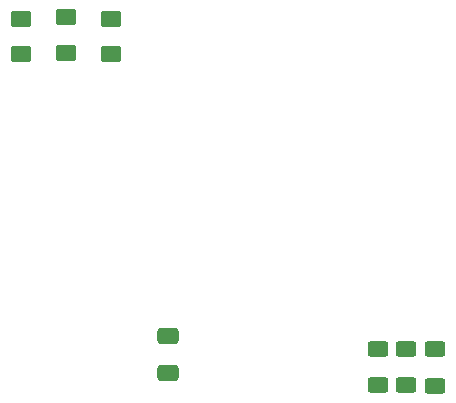
<source format=gbr>
%TF.GenerationSoftware,KiCad,Pcbnew,7.0.9-7.0.9~ubuntu20.04.1*%
%TF.CreationDate,2023-12-26T19:53:29+01:00*%
%TF.ProjectId,6803_Addon,36383033-5f41-4646-946f-6e2e6b696361,rev?*%
%TF.SameCoordinates,Original*%
%TF.FileFunction,Paste,Top*%
%TF.FilePolarity,Positive*%
%FSLAX46Y46*%
G04 Gerber Fmt 4.6, Leading zero omitted, Abs format (unit mm)*
G04 Created by KiCad (PCBNEW 7.0.9-7.0.9~ubuntu20.04.1) date 2023-12-26 19:53:29*
%MOMM*%
%LPD*%
G01*
G04 APERTURE LIST*
G04 Aperture macros list*
%AMRoundRect*
0 Rectangle with rounded corners*
0 $1 Rounding radius*
0 $2 $3 $4 $5 $6 $7 $8 $9 X,Y pos of 4 corners*
0 Add a 4 corners polygon primitive as box body*
4,1,4,$2,$3,$4,$5,$6,$7,$8,$9,$2,$3,0*
0 Add four circle primitives for the rounded corners*
1,1,$1+$1,$2,$3*
1,1,$1+$1,$4,$5*
1,1,$1+$1,$6,$7*
1,1,$1+$1,$8,$9*
0 Add four rect primitives between the rounded corners*
20,1,$1+$1,$2,$3,$4,$5,0*
20,1,$1+$1,$4,$5,$6,$7,0*
20,1,$1+$1,$6,$7,$8,$9,0*
20,1,$1+$1,$8,$9,$2,$3,0*%
G04 Aperture macros list end*
%ADD10RoundRect,0.250000X0.650000X-0.412500X0.650000X0.412500X-0.650000X0.412500X-0.650000X-0.412500X0*%
%ADD11RoundRect,0.250000X-0.625000X0.400000X-0.625000X-0.400000X0.625000X-0.400000X0.625000X0.400000X0*%
%ADD12RoundRect,0.250001X-0.624999X0.462499X-0.624999X-0.462499X0.624999X-0.462499X0.624999X0.462499X0*%
G04 APERTURE END LIST*
D10*
%TO.C,C1*%
X175006000Y-67094500D03*
X175006000Y-63969500D03*
%TD*%
D11*
%TO.C,R3*%
X197600000Y-65100000D03*
X197600000Y-68200000D03*
%TD*%
D12*
%TO.C,D2*%
X166400000Y-37025000D03*
X166400000Y-40000000D03*
%TD*%
D11*
%TO.C,R1*%
X192800000Y-65050000D03*
X192800000Y-68150000D03*
%TD*%
D12*
%TO.C,D3*%
X170200000Y-37112500D03*
X170200000Y-40087500D03*
%TD*%
D11*
%TO.C,R2*%
X195200000Y-65050000D03*
X195200000Y-68150000D03*
%TD*%
D12*
%TO.C,D1*%
X162600000Y-37112500D03*
X162600000Y-40087500D03*
%TD*%
M02*

</source>
